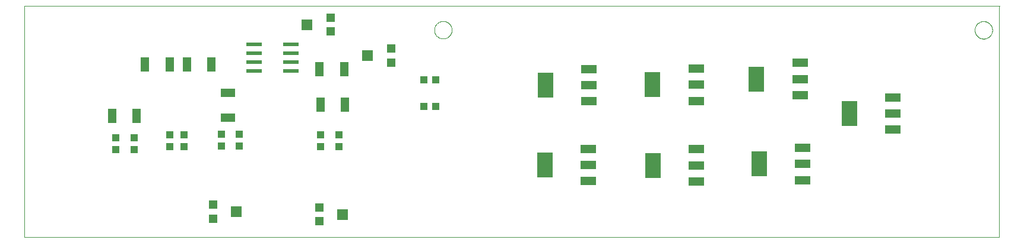
<source format=gbp>
G75*
%MOIN*%
%OFA0B0*%
%FSLAX25Y25*%
%IPPOS*%
%LPD*%
%AMOC8*
5,1,8,0,0,1.08239X$1,22.5*
%
%ADD10C,0.00039*%
%ADD11C,0.00000*%
%ADD12R,0.08110X0.05000*%
%ADD13R,0.05000X0.08110*%
%ADD14R,0.03937X0.04331*%
%ADD15R,0.04331X0.03937*%
%ADD16R,0.04724X0.04724*%
%ADD17R,0.06299X0.05906*%
%ADD18R,0.08700X0.02400*%
%ADD19R,0.08800X0.04800*%
%ADD20R,0.08661X0.14173*%
D10*
X0001846Y0002245D02*
X0549091Y0002245D01*
X0549091Y0132742D01*
X0549591Y0132742D01*
X0549091Y0132742D02*
X0001846Y0132742D01*
X0001846Y0002245D01*
X0535509Y0119035D02*
X0535511Y0119175D01*
X0535517Y0119315D01*
X0535527Y0119454D01*
X0535541Y0119593D01*
X0535559Y0119732D01*
X0535580Y0119870D01*
X0535606Y0120008D01*
X0535636Y0120145D01*
X0535669Y0120280D01*
X0535707Y0120415D01*
X0535748Y0120549D01*
X0535793Y0120682D01*
X0535841Y0120813D01*
X0535894Y0120942D01*
X0535950Y0121071D01*
X0536009Y0121197D01*
X0536073Y0121322D01*
X0536139Y0121445D01*
X0536210Y0121566D01*
X0536283Y0121685D01*
X0536360Y0121802D01*
X0536441Y0121916D01*
X0536524Y0122028D01*
X0536611Y0122138D01*
X0536701Y0122246D01*
X0536793Y0122350D01*
X0536889Y0122452D01*
X0536988Y0122552D01*
X0537089Y0122648D01*
X0537193Y0122742D01*
X0537300Y0122832D01*
X0537409Y0122919D01*
X0537521Y0123004D01*
X0537635Y0123085D01*
X0537751Y0123163D01*
X0537869Y0123237D01*
X0537990Y0123308D01*
X0538112Y0123376D01*
X0538237Y0123440D01*
X0538363Y0123501D01*
X0538490Y0123558D01*
X0538620Y0123611D01*
X0538751Y0123661D01*
X0538883Y0123706D01*
X0539016Y0123749D01*
X0539151Y0123787D01*
X0539286Y0123821D01*
X0539423Y0123852D01*
X0539560Y0123879D01*
X0539698Y0123901D01*
X0539837Y0123920D01*
X0539976Y0123935D01*
X0540115Y0123946D01*
X0540255Y0123953D01*
X0540395Y0123956D01*
X0540535Y0123955D01*
X0540675Y0123950D01*
X0540814Y0123941D01*
X0540954Y0123928D01*
X0541093Y0123911D01*
X0541231Y0123890D01*
X0541369Y0123866D01*
X0541506Y0123837D01*
X0541642Y0123805D01*
X0541777Y0123768D01*
X0541911Y0123728D01*
X0542044Y0123684D01*
X0542175Y0123636D01*
X0542305Y0123585D01*
X0542434Y0123530D01*
X0542561Y0123471D01*
X0542686Y0123408D01*
X0542809Y0123343D01*
X0542931Y0123273D01*
X0543050Y0123200D01*
X0543168Y0123124D01*
X0543283Y0123045D01*
X0543396Y0122962D01*
X0543506Y0122876D01*
X0543614Y0122787D01*
X0543719Y0122695D01*
X0543822Y0122600D01*
X0543922Y0122502D01*
X0544019Y0122402D01*
X0544113Y0122298D01*
X0544205Y0122192D01*
X0544293Y0122084D01*
X0544378Y0121973D01*
X0544460Y0121859D01*
X0544539Y0121743D01*
X0544614Y0121626D01*
X0544686Y0121506D01*
X0544754Y0121384D01*
X0544819Y0121260D01*
X0544881Y0121134D01*
X0544939Y0121007D01*
X0544993Y0120878D01*
X0545044Y0120747D01*
X0545090Y0120615D01*
X0545133Y0120482D01*
X0545173Y0120348D01*
X0545208Y0120213D01*
X0545240Y0120076D01*
X0545267Y0119939D01*
X0545291Y0119801D01*
X0545311Y0119663D01*
X0545327Y0119524D01*
X0545339Y0119384D01*
X0545347Y0119245D01*
X0545351Y0119105D01*
X0545351Y0118965D01*
X0545347Y0118825D01*
X0545339Y0118686D01*
X0545327Y0118546D01*
X0545311Y0118407D01*
X0545291Y0118269D01*
X0545267Y0118131D01*
X0545240Y0117994D01*
X0545208Y0117857D01*
X0545173Y0117722D01*
X0545133Y0117588D01*
X0545090Y0117455D01*
X0545044Y0117323D01*
X0544993Y0117192D01*
X0544939Y0117063D01*
X0544881Y0116936D01*
X0544819Y0116810D01*
X0544754Y0116686D01*
X0544686Y0116564D01*
X0544614Y0116444D01*
X0544539Y0116327D01*
X0544460Y0116211D01*
X0544378Y0116097D01*
X0544293Y0115986D01*
X0544205Y0115878D01*
X0544113Y0115772D01*
X0544019Y0115668D01*
X0543922Y0115568D01*
X0543822Y0115470D01*
X0543719Y0115375D01*
X0543614Y0115283D01*
X0543506Y0115194D01*
X0543396Y0115108D01*
X0543283Y0115025D01*
X0543168Y0114946D01*
X0543050Y0114870D01*
X0542931Y0114797D01*
X0542809Y0114727D01*
X0542686Y0114662D01*
X0542561Y0114599D01*
X0542434Y0114540D01*
X0542305Y0114485D01*
X0542175Y0114434D01*
X0542044Y0114386D01*
X0541911Y0114342D01*
X0541777Y0114302D01*
X0541642Y0114265D01*
X0541506Y0114233D01*
X0541369Y0114204D01*
X0541231Y0114180D01*
X0541093Y0114159D01*
X0540954Y0114142D01*
X0540814Y0114129D01*
X0540675Y0114120D01*
X0540535Y0114115D01*
X0540395Y0114114D01*
X0540255Y0114117D01*
X0540115Y0114124D01*
X0539976Y0114135D01*
X0539837Y0114150D01*
X0539698Y0114169D01*
X0539560Y0114191D01*
X0539423Y0114218D01*
X0539286Y0114249D01*
X0539151Y0114283D01*
X0539016Y0114321D01*
X0538883Y0114364D01*
X0538751Y0114409D01*
X0538620Y0114459D01*
X0538490Y0114512D01*
X0538363Y0114569D01*
X0538237Y0114630D01*
X0538112Y0114694D01*
X0537990Y0114762D01*
X0537869Y0114833D01*
X0537751Y0114907D01*
X0537635Y0114985D01*
X0537521Y0115066D01*
X0537409Y0115151D01*
X0537300Y0115238D01*
X0537193Y0115328D01*
X0537089Y0115422D01*
X0536988Y0115518D01*
X0536889Y0115618D01*
X0536793Y0115720D01*
X0536701Y0115824D01*
X0536611Y0115932D01*
X0536524Y0116042D01*
X0536441Y0116154D01*
X0536360Y0116268D01*
X0536283Y0116385D01*
X0536210Y0116504D01*
X0536139Y0116625D01*
X0536073Y0116748D01*
X0536009Y0116873D01*
X0535950Y0116999D01*
X0535894Y0117128D01*
X0535841Y0117257D01*
X0535793Y0117388D01*
X0535748Y0117521D01*
X0535707Y0117655D01*
X0535669Y0117790D01*
X0535636Y0117925D01*
X0535606Y0118062D01*
X0535580Y0118200D01*
X0535559Y0118338D01*
X0535541Y0118477D01*
X0535527Y0118616D01*
X0535517Y0118755D01*
X0535511Y0118895D01*
X0535509Y0119035D01*
D11*
X0535475Y0119000D02*
X0535477Y0119140D01*
X0535483Y0119280D01*
X0535493Y0119420D01*
X0535507Y0119559D01*
X0535525Y0119698D01*
X0535546Y0119836D01*
X0535572Y0119974D01*
X0535602Y0120111D01*
X0535635Y0120246D01*
X0535673Y0120381D01*
X0535714Y0120515D01*
X0535759Y0120648D01*
X0535808Y0120779D01*
X0535860Y0120909D01*
X0535916Y0121037D01*
X0535976Y0121164D01*
X0536039Y0121289D01*
X0536106Y0121412D01*
X0536176Y0121533D01*
X0536250Y0121652D01*
X0536327Y0121769D01*
X0536407Y0121884D01*
X0536491Y0121996D01*
X0536578Y0122106D01*
X0536668Y0122213D01*
X0536760Y0122318D01*
X0536856Y0122420D01*
X0536955Y0122519D01*
X0537056Y0122616D01*
X0537160Y0122710D01*
X0537267Y0122800D01*
X0537376Y0122888D01*
X0537488Y0122972D01*
X0537602Y0123053D01*
X0537719Y0123131D01*
X0537837Y0123206D01*
X0537958Y0123277D01*
X0538080Y0123344D01*
X0538205Y0123409D01*
X0538331Y0123469D01*
X0538459Y0123526D01*
X0538588Y0123580D01*
X0538719Y0123629D01*
X0538851Y0123675D01*
X0538985Y0123717D01*
X0539120Y0123756D01*
X0539255Y0123790D01*
X0539392Y0123821D01*
X0539529Y0123847D01*
X0539668Y0123870D01*
X0539806Y0123889D01*
X0539946Y0123904D01*
X0540085Y0123915D01*
X0540225Y0123922D01*
X0540365Y0123925D01*
X0540505Y0123924D01*
X0540645Y0123919D01*
X0540785Y0123910D01*
X0540924Y0123897D01*
X0541063Y0123880D01*
X0541202Y0123859D01*
X0541339Y0123835D01*
X0541476Y0123806D01*
X0541613Y0123773D01*
X0541748Y0123737D01*
X0541882Y0123697D01*
X0542015Y0123653D01*
X0542146Y0123605D01*
X0542277Y0123553D01*
X0542405Y0123498D01*
X0542532Y0123439D01*
X0542658Y0123377D01*
X0542781Y0123311D01*
X0542903Y0123242D01*
X0543022Y0123169D01*
X0543140Y0123093D01*
X0543255Y0123013D01*
X0543368Y0122930D01*
X0543479Y0122844D01*
X0543587Y0122755D01*
X0543692Y0122663D01*
X0543795Y0122568D01*
X0543895Y0122470D01*
X0543992Y0122369D01*
X0544086Y0122266D01*
X0544178Y0122160D01*
X0544266Y0122051D01*
X0544351Y0121940D01*
X0544433Y0121826D01*
X0544512Y0121711D01*
X0544587Y0121593D01*
X0544659Y0121473D01*
X0544728Y0121351D01*
X0544793Y0121227D01*
X0544854Y0121101D01*
X0544912Y0120973D01*
X0544967Y0120844D01*
X0545017Y0120714D01*
X0545064Y0120582D01*
X0545107Y0120448D01*
X0545146Y0120314D01*
X0545182Y0120179D01*
X0545213Y0120042D01*
X0545241Y0119905D01*
X0545265Y0119767D01*
X0545285Y0119628D01*
X0545301Y0119489D01*
X0545313Y0119350D01*
X0545321Y0119210D01*
X0545325Y0119070D01*
X0545325Y0118930D01*
X0545321Y0118790D01*
X0545313Y0118650D01*
X0545301Y0118511D01*
X0545285Y0118372D01*
X0545265Y0118233D01*
X0545241Y0118095D01*
X0545213Y0117958D01*
X0545182Y0117821D01*
X0545146Y0117686D01*
X0545107Y0117552D01*
X0545064Y0117418D01*
X0545017Y0117286D01*
X0544967Y0117156D01*
X0544912Y0117027D01*
X0544854Y0116899D01*
X0544793Y0116773D01*
X0544728Y0116649D01*
X0544659Y0116527D01*
X0544587Y0116407D01*
X0544512Y0116289D01*
X0544433Y0116174D01*
X0544351Y0116060D01*
X0544266Y0115949D01*
X0544178Y0115840D01*
X0544086Y0115734D01*
X0543992Y0115631D01*
X0543895Y0115530D01*
X0543795Y0115432D01*
X0543692Y0115337D01*
X0543587Y0115245D01*
X0543479Y0115156D01*
X0543368Y0115070D01*
X0543255Y0114987D01*
X0543140Y0114907D01*
X0543022Y0114831D01*
X0542903Y0114758D01*
X0542781Y0114689D01*
X0542658Y0114623D01*
X0542532Y0114561D01*
X0542405Y0114502D01*
X0542277Y0114447D01*
X0542146Y0114395D01*
X0542015Y0114347D01*
X0541882Y0114303D01*
X0541748Y0114263D01*
X0541613Y0114227D01*
X0541476Y0114194D01*
X0541339Y0114165D01*
X0541202Y0114141D01*
X0541063Y0114120D01*
X0540924Y0114103D01*
X0540785Y0114090D01*
X0540645Y0114081D01*
X0540505Y0114076D01*
X0540365Y0114075D01*
X0540225Y0114078D01*
X0540085Y0114085D01*
X0539946Y0114096D01*
X0539806Y0114111D01*
X0539668Y0114130D01*
X0539529Y0114153D01*
X0539392Y0114179D01*
X0539255Y0114210D01*
X0539120Y0114244D01*
X0538985Y0114283D01*
X0538851Y0114325D01*
X0538719Y0114371D01*
X0538588Y0114420D01*
X0538459Y0114474D01*
X0538331Y0114531D01*
X0538205Y0114591D01*
X0538080Y0114656D01*
X0537958Y0114723D01*
X0537837Y0114794D01*
X0537719Y0114869D01*
X0537602Y0114947D01*
X0537488Y0115028D01*
X0537376Y0115112D01*
X0537267Y0115200D01*
X0537160Y0115290D01*
X0537056Y0115384D01*
X0536955Y0115481D01*
X0536856Y0115580D01*
X0536760Y0115682D01*
X0536668Y0115787D01*
X0536578Y0115894D01*
X0536491Y0116004D01*
X0536407Y0116116D01*
X0536327Y0116231D01*
X0536250Y0116348D01*
X0536176Y0116467D01*
X0536106Y0116588D01*
X0536039Y0116711D01*
X0535976Y0116836D01*
X0535916Y0116963D01*
X0535860Y0117091D01*
X0535808Y0117221D01*
X0535759Y0117352D01*
X0535714Y0117485D01*
X0535673Y0117619D01*
X0535635Y0117754D01*
X0535602Y0117889D01*
X0535572Y0118026D01*
X0535546Y0118164D01*
X0535525Y0118302D01*
X0535507Y0118441D01*
X0535493Y0118580D01*
X0535483Y0118720D01*
X0535477Y0118860D01*
X0535475Y0119000D01*
X0231975Y0119100D02*
X0231977Y0119240D01*
X0231983Y0119380D01*
X0231993Y0119520D01*
X0232007Y0119659D01*
X0232025Y0119798D01*
X0232046Y0119936D01*
X0232072Y0120074D01*
X0232102Y0120211D01*
X0232135Y0120346D01*
X0232173Y0120481D01*
X0232214Y0120615D01*
X0232259Y0120748D01*
X0232308Y0120879D01*
X0232360Y0121009D01*
X0232416Y0121137D01*
X0232476Y0121264D01*
X0232539Y0121389D01*
X0232606Y0121512D01*
X0232676Y0121633D01*
X0232750Y0121752D01*
X0232827Y0121869D01*
X0232907Y0121984D01*
X0232991Y0122096D01*
X0233078Y0122206D01*
X0233168Y0122313D01*
X0233260Y0122418D01*
X0233356Y0122520D01*
X0233455Y0122619D01*
X0233556Y0122716D01*
X0233660Y0122810D01*
X0233767Y0122900D01*
X0233876Y0122988D01*
X0233988Y0123072D01*
X0234102Y0123153D01*
X0234219Y0123231D01*
X0234337Y0123306D01*
X0234458Y0123377D01*
X0234580Y0123444D01*
X0234705Y0123509D01*
X0234831Y0123569D01*
X0234959Y0123626D01*
X0235088Y0123680D01*
X0235219Y0123729D01*
X0235351Y0123775D01*
X0235485Y0123817D01*
X0235620Y0123856D01*
X0235755Y0123890D01*
X0235892Y0123921D01*
X0236029Y0123947D01*
X0236168Y0123970D01*
X0236306Y0123989D01*
X0236446Y0124004D01*
X0236585Y0124015D01*
X0236725Y0124022D01*
X0236865Y0124025D01*
X0237005Y0124024D01*
X0237145Y0124019D01*
X0237285Y0124010D01*
X0237424Y0123997D01*
X0237563Y0123980D01*
X0237702Y0123959D01*
X0237839Y0123935D01*
X0237976Y0123906D01*
X0238113Y0123873D01*
X0238248Y0123837D01*
X0238382Y0123797D01*
X0238515Y0123753D01*
X0238646Y0123705D01*
X0238777Y0123653D01*
X0238905Y0123598D01*
X0239032Y0123539D01*
X0239158Y0123477D01*
X0239281Y0123411D01*
X0239403Y0123342D01*
X0239522Y0123269D01*
X0239640Y0123193D01*
X0239755Y0123113D01*
X0239868Y0123030D01*
X0239979Y0122944D01*
X0240087Y0122855D01*
X0240192Y0122763D01*
X0240295Y0122668D01*
X0240395Y0122570D01*
X0240492Y0122469D01*
X0240586Y0122366D01*
X0240678Y0122260D01*
X0240766Y0122151D01*
X0240851Y0122040D01*
X0240933Y0121926D01*
X0241012Y0121811D01*
X0241087Y0121693D01*
X0241159Y0121573D01*
X0241228Y0121451D01*
X0241293Y0121327D01*
X0241354Y0121201D01*
X0241412Y0121073D01*
X0241467Y0120944D01*
X0241517Y0120814D01*
X0241564Y0120682D01*
X0241607Y0120548D01*
X0241646Y0120414D01*
X0241682Y0120279D01*
X0241713Y0120142D01*
X0241741Y0120005D01*
X0241765Y0119867D01*
X0241785Y0119728D01*
X0241801Y0119589D01*
X0241813Y0119450D01*
X0241821Y0119310D01*
X0241825Y0119170D01*
X0241825Y0119030D01*
X0241821Y0118890D01*
X0241813Y0118750D01*
X0241801Y0118611D01*
X0241785Y0118472D01*
X0241765Y0118333D01*
X0241741Y0118195D01*
X0241713Y0118058D01*
X0241682Y0117921D01*
X0241646Y0117786D01*
X0241607Y0117652D01*
X0241564Y0117518D01*
X0241517Y0117386D01*
X0241467Y0117256D01*
X0241412Y0117127D01*
X0241354Y0116999D01*
X0241293Y0116873D01*
X0241228Y0116749D01*
X0241159Y0116627D01*
X0241087Y0116507D01*
X0241012Y0116389D01*
X0240933Y0116274D01*
X0240851Y0116160D01*
X0240766Y0116049D01*
X0240678Y0115940D01*
X0240586Y0115834D01*
X0240492Y0115731D01*
X0240395Y0115630D01*
X0240295Y0115532D01*
X0240192Y0115437D01*
X0240087Y0115345D01*
X0239979Y0115256D01*
X0239868Y0115170D01*
X0239755Y0115087D01*
X0239640Y0115007D01*
X0239522Y0114931D01*
X0239403Y0114858D01*
X0239281Y0114789D01*
X0239158Y0114723D01*
X0239032Y0114661D01*
X0238905Y0114602D01*
X0238777Y0114547D01*
X0238646Y0114495D01*
X0238515Y0114447D01*
X0238382Y0114403D01*
X0238248Y0114363D01*
X0238113Y0114327D01*
X0237976Y0114294D01*
X0237839Y0114265D01*
X0237702Y0114241D01*
X0237563Y0114220D01*
X0237424Y0114203D01*
X0237285Y0114190D01*
X0237145Y0114181D01*
X0237005Y0114176D01*
X0236865Y0114175D01*
X0236725Y0114178D01*
X0236585Y0114185D01*
X0236446Y0114196D01*
X0236306Y0114211D01*
X0236168Y0114230D01*
X0236029Y0114253D01*
X0235892Y0114279D01*
X0235755Y0114310D01*
X0235620Y0114344D01*
X0235485Y0114383D01*
X0235351Y0114425D01*
X0235219Y0114471D01*
X0235088Y0114520D01*
X0234959Y0114574D01*
X0234831Y0114631D01*
X0234705Y0114691D01*
X0234580Y0114756D01*
X0234458Y0114823D01*
X0234337Y0114894D01*
X0234219Y0114969D01*
X0234102Y0115047D01*
X0233988Y0115128D01*
X0233876Y0115212D01*
X0233767Y0115300D01*
X0233660Y0115390D01*
X0233556Y0115484D01*
X0233455Y0115581D01*
X0233356Y0115680D01*
X0233260Y0115782D01*
X0233168Y0115887D01*
X0233078Y0115994D01*
X0232991Y0116104D01*
X0232907Y0116216D01*
X0232827Y0116331D01*
X0232750Y0116448D01*
X0232676Y0116567D01*
X0232606Y0116688D01*
X0232539Y0116811D01*
X0232476Y0116936D01*
X0232416Y0117063D01*
X0232360Y0117191D01*
X0232308Y0117321D01*
X0232259Y0117452D01*
X0232214Y0117585D01*
X0232173Y0117719D01*
X0232135Y0117854D01*
X0232102Y0117989D01*
X0232072Y0118126D01*
X0232046Y0118264D01*
X0232025Y0118402D01*
X0232007Y0118541D01*
X0231993Y0118680D01*
X0231983Y0118820D01*
X0231977Y0118960D01*
X0231975Y0119100D01*
D12*
X0116000Y0083509D03*
X0116000Y0069691D03*
D13*
X0168091Y0077100D03*
X0181909Y0077100D03*
X0181409Y0097100D03*
X0167591Y0097100D03*
X0106909Y0099600D03*
X0093091Y0099600D03*
X0083409Y0099600D03*
X0069591Y0099600D03*
X0064909Y0070600D03*
X0051091Y0070600D03*
D14*
X0083500Y0059946D03*
X0091500Y0059946D03*
X0112500Y0060446D03*
X0122500Y0060446D03*
X0122500Y0053754D03*
X0112500Y0053754D03*
X0091500Y0053254D03*
X0083500Y0053254D03*
X0063500Y0051754D03*
X0053000Y0051754D03*
X0053000Y0058446D03*
X0063500Y0058446D03*
X0168000Y0059946D03*
X0178500Y0059946D03*
X0178500Y0053254D03*
X0168000Y0053254D03*
D15*
X0226154Y0076100D03*
X0232846Y0076100D03*
X0232846Y0091100D03*
X0226154Y0091100D03*
D16*
X0207685Y0100663D03*
X0207685Y0108537D03*
X0173685Y0118163D03*
X0173685Y0126037D03*
X0107815Y0020537D03*
X0107815Y0012663D03*
X0167315Y0011163D03*
X0167315Y0019037D03*
D17*
X0180406Y0015100D03*
X0120906Y0016600D03*
X0194594Y0104600D03*
X0160594Y0122100D03*
D18*
X0151300Y0111100D03*
X0151300Y0106100D03*
X0151300Y0101100D03*
X0151300Y0096100D03*
X0130700Y0096100D03*
X0130700Y0101100D03*
X0130700Y0106100D03*
X0130700Y0111100D03*
D19*
X0318800Y0097100D03*
X0318800Y0088000D03*
X0318800Y0078900D03*
X0379000Y0079100D03*
X0379000Y0088200D03*
X0379000Y0097300D03*
X0437300Y0100500D03*
X0437300Y0091400D03*
X0437300Y0082300D03*
X0489500Y0081000D03*
X0489500Y0071900D03*
X0489500Y0062800D03*
X0438800Y0052600D03*
X0438800Y0043500D03*
X0438800Y0034400D03*
X0379100Y0033600D03*
X0379100Y0042700D03*
X0379100Y0051800D03*
X0318500Y0052100D03*
X0318500Y0043000D03*
X0318500Y0033900D03*
D20*
X0294099Y0043000D03*
X0354699Y0042700D03*
X0414399Y0043500D03*
X0465099Y0071900D03*
X0412899Y0091400D03*
X0354599Y0088200D03*
X0294399Y0088000D03*
M02*

</source>
